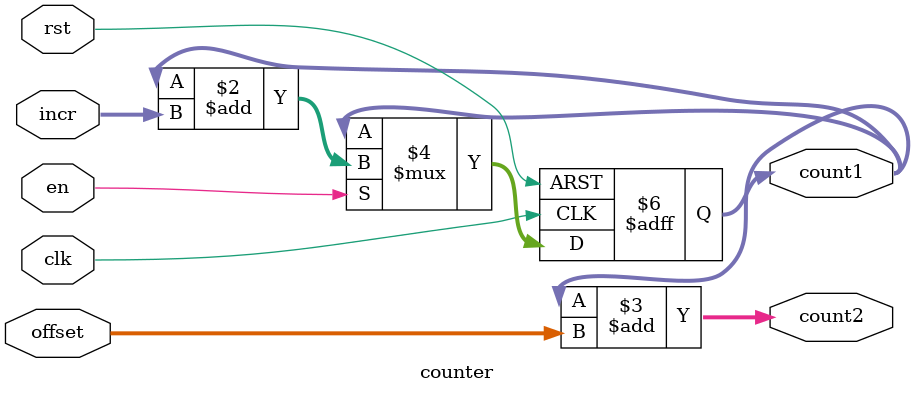
<source format=sv>
module counter #( //module name must be same as file name
    parameter WIDTH = 8
)(
    // interface signals
    input logic clk, //clock
    input logic rst, //reset
    input logic en, //counter enable,
    input logic [WIDTH-1:0] incr, //increment value
    input logic [WIDTH-1:0] offset, //offset
    output logic [WIDTH-1:0] count1, //count output
    output logic [WIDTH-1:0] count2 //count output + offset
);

always_ff @ (posedge clk, posedge rst)

    if (rst) count1 <= {WIDTH{1'b0}};
    else if (en) count1 <= count1 + incr;

    assign count2 = count1 + offset;

endmodule

</source>
